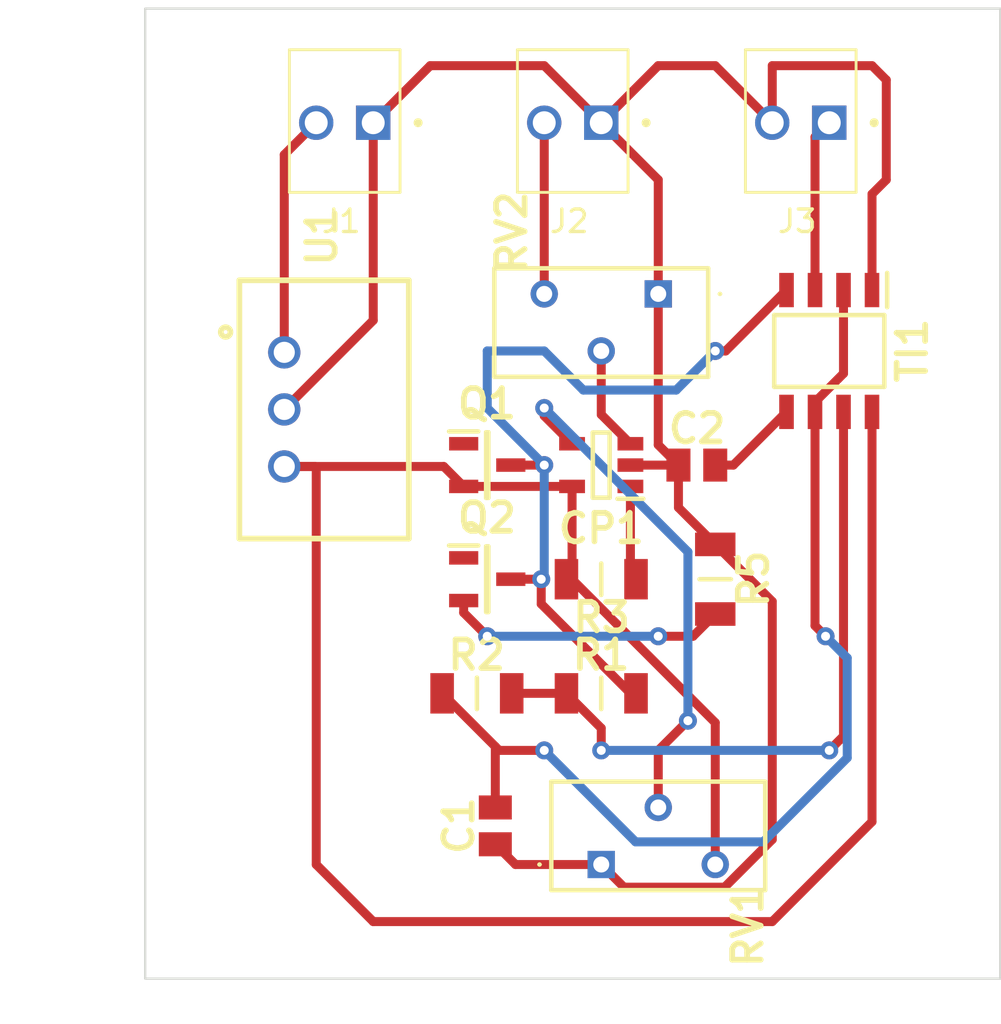
<source format=kicad_pcb>
(kicad_pcb (version 20211014) (generator pcbnew)
  (layers (0 "F.Cu" signal) (31 "B.Cu" signal) (34 "B.Paste" user) (35 "F.Paste" user) (36 "B.SilkS" user "B.Silkscreen") (37 "F.SilkS" user "F.Silkscreen") (38 "B.Mask" user) (39 "F.Mask" user) (44 "Edge.Cuts" user))
  (net 0 "")
  (net 1 "0")
  (net 2 "Net-(C1-Pad2)")
  (net 3 "Net-(C2-Pad2)")
  (net 4 "Net-(CP1-Pad1)")
  (net 5 "Net-(CP1-Pad3)")
  (net 6 "Net-(CP1-Pad4)")
  (net 7 "+5V")
  (net 8 "Net-(J1-Pad2)")
  (net 9 "Net-(J2-Pad2)")
  (net 10 "/Output")
  (net 11 "/clign")
  (net 12 "Net-(Q2-Pad2)")
  (net 13 "Net-(R1-Pad1)")
  (footprint "EPSA_lib:MOLEX_22-11-2022" (layer "F.Cu") (at 119.38 73.66 180)
    (fp_text reference "J1" (at 1.425 -4.385) (layer "F.SilkS"))
    (fp_text value "2P Droit 2-11-2022")
    (fp_line (start 3.735 -3.1) (end 3.735 3.25) (layer "F.SilkS") (width 0.127))
    (fp_line (start -1.195 -3.1) (end 3.735 -3.1) (layer "F.SilkS") (width 0.127))
    (fp_line (start 3.735 3.25) (end -1.195 3.25) (layer "F.SilkS") (width 0.127))
    (fp_line (start -1.195 3.25) (end -1.195 -3.1) (layer "F.SilkS") (width 0.127))
    (fp_circle (center -2 0) (end -1.9 0) (layer "F.SilkS") (width 0.2) (fill none))
    (pad "1" thru_hole rect (at 0 0 180) (size 1.53 1.53) (drill 1.02) (layers *.Cu *.Mask) (net 1 "0"))
    (pad "2" thru_hole circle (at 2.54 0 180) (size 1.53 1.53) (drill 1.02) (layers *.Cu *.Mask) (net 8 "Net-(J1-Pad2)"))
  )
  (footprint "EPSA_lib:RESC3216X70N" (layer "F.Cu") (at 124 99.06)
    (fp_text reference "R2" (at -0.011901 -1.701971) (layer "F.SilkS") (effects (font (size 1.27 1.27) (thickness 0.254))))
    (fp_text value "Résistance RK73H2BLTDD2152F" hide)
    (fp_line (start 0 -0.7) (end 0 0.7) (layer "F.SilkS") (width 0.2))
    (pad "1" smd rect (at -1.55 0) (size 1.05 1.8) (layers "F.Cu" "F.Paste" "F.Mask") (net 2 "Net-(C1-Pad2)"))
    (pad "2" smd rect (at 1.55 0) (size 1.05 1.8) (layers "F.Cu" "F.Paste" "F.Mask") (net 13 "Net-(R1-Pad1)"))
  )
  (footprint "EPSA_lib:SOT95P237X112-3N" (layer "F.Cu") (at 124.46 93.98)
    (fp_text reference "Q2" (at -0.013584 -2.730562) (layer "F.SilkS") (effects (font (size 1.27 1.27) (thickness 0.254))))
    (fp_text value "NMOS SQ2348ES-T1_GE3" hide)
    (fp_line (start -1.7 -1.5) (end -0.4 -1.5) (layer "F.SilkS") (width 0.2))
    (fp_line (start 0.05 1.46) (end -0.05 1.46) (layer "F.SilkS") (width 0.2))
    (fp_line (start -0.05 1.46) (end -0.05 -1.46) (layer "F.SilkS") (width 0.2))
    (fp_line (start -0.05 -1.46) (end 0.05 -1.46) (layer "F.SilkS") (width 0.2))
    (fp_line (start 0.05 -1.46) (end 0.05 1.46) (layer "F.SilkS") (width 0.2))
    (pad "1" smd rect (at -1.05 -0.95 90) (size 0.6 1.3) (layers "F.Cu" "F.Paste" "F.Mask") (net 4 "Net-(CP1-Pad1)"))
    (pad "2" smd rect (at -1.05 0.95 90) (size 0.6 1.3) (layers "F.Cu" "F.Paste" "F.Mask") (net 12 "Net-(Q2-Pad2)"))
    (pad "3" smd rect (at 1.05 0 90) (size 0.6 1.3) (layers "F.Cu" "F.Paste" "F.Mask") (net 11 "/clign"))
  )
  (footprint "EPSA_lib:3296Y1223LF" (layer "F.Cu") (at 132.08 81.28 90)
    (fp_text reference "RV2" (at 2.754266 -6.530147 90) (layer "F.SilkS") (effects (font (size 1.27 1.27) (thickness 0.254))))
    (fp_text value "Varystor 3296Y-1-223LF" hide)
    (fp_line (start 0 2.8) (end 0 2.8) (layer "F.SilkS") (width 0.1))
    (fp_line (start -3.69 -7.305) (end -3.69 2.225) (layer "F.SilkS") (width 0.2))
    (fp_line (start 0 2.7) (end 0 2.7) (layer "F.SilkS") (width 0.1))
    (fp_line (start -3.69 2.225) (end 1.14 2.225) (layer "F.SilkS") (width 0.2))
    (fp_line (start 1.14 2.225) (end 1.14 -7.305) (layer "F.SilkS") (width 0.2))
    (fp_line (start 1.14 -7.305) (end -3.69 -7.305) (layer "F.SilkS") (width 0.2))
    (fp_arc (start 0 2.8) (mid -0.05 2.75) (end 0 2.7) (layer "F.SilkS") (width 0.1))
    (fp_arc (start 0 2.7) (mid 0.05 2.75) (end 0 2.8) (layer "F.SilkS") (width 0.1))
    (pad "1" thru_hole rect (at 0 0 90) (size 1.217 1.217) (drill 0.71) (layers *.Cu *.Mask) (net 1 "0"))
    (pad "2" thru_hole circle (at -2.54 -2.54 90) (size 1.217 1.217) (drill 0.71) (layers *.Cu *.Mask) (net 5 "Net-(CP1-Pad3)"))
    (pad "3" thru_hole circle (at 0 -5.08 90) (size 1.217 1.217) (drill 0.71) (layers *.Cu *.Mask) (net 9 "Net-(J2-Pad2)"))
  )
  (footprint "EPSA_lib:3296Y1223LF" (layer "F.Cu") (at 129.54 106.68 -90)
    (fp_text reference "RV1" (at 2.754266 -6.530147 90) (layer "F.SilkS") (effects (font (size 1.27 1.27) (thickness 0.254))))
    (fp_text value "Varystor 3296Y-1-223LF" hide)
    (fp_line (start -3.69 2.225) (end 1.14 2.225) (layer "F.SilkS") (width 0.2))
    (fp_line (start 1.14 -7.305) (end -3.69 -7.305) (layer "F.SilkS") (width 0.2))
    (fp_line (start 0 2.7) (end 0 2.7) (layer "F.SilkS") (width 0.1))
    (fp_line (start 0 2.8) (end 0 2.8) (layer "F.SilkS") (width 0.1))
    (fp_line (start -3.69 -7.305) (end -3.69 2.225) (layer "F.SilkS") (width 0.2))
    (fp_line (start 1.14 2.225) (end 1.14 -7.305) (layer "F.SilkS") (width 0.2))
    (fp_arc (start 0 2.8) (mid -0.05 2.75) (end 0 2.7) (layer "F.SilkS") (width 0.1))
    (fp_arc (start 0 2.7) (mid 0.05 2.75) (end 0 2.8) (layer "F.SilkS") (width 0.1))
    (pad "1" thru_hole rect (at 0 0 270) (size 1.217 1.217) (drill 0.71) (layers *.Cu *.Mask) (net 1 "0"))
    (pad "2" thru_hole circle (at -2.54 -2.54 270) (size 1.217 1.217) (drill 0.71) (layers *.Cu *.Mask) (net 6 "Net-(CP1-Pad4)"))
    (pad "3" thru_hole circle (at 0 -5.08 270) (size 1.217 1.217) (drill 0.71) (layers *.Cu *.Mask) (net 7 "+5V"))
  )
  (footprint "EPSA_lib:RESC3216X70N" (layer "F.Cu") (at 129.54 93.98 180)
    (fp_text reference "R3" (at -0.011901 -1.701971) (layer "F.SilkS") (effects (font (size 1.27 1.27) (thickness 0.254))))
    (fp_text value "Résistance RK73H2BLTDD2152F" hide)
    (fp_line (start 0 -0.7) (end 0 0.7) (layer "F.SilkS") (width 0.2))
    (pad "1" smd rect (at -1.55 0 180) (size 1.05 1.8) (layers "F.Cu" "F.Paste" "F.Mask") (net 4 "Net-(CP1-Pad1)"))
    (pad "2" smd rect (at 1.55 0 180) (size 1.05 1.8) (layers "F.Cu" "F.Paste" "F.Mask") (net 7 "+5V"))
  )
  (footprint "EPSA_lib:MOLEX_22-11-2022" (layer "F.Cu") (at 139.7 73.66 180)
    (fp_text reference "J3" (at 1.425 -4.385) (layer "F.SilkS"))
    (fp_text value "2P Droit 2-11-2022")
    (fp_line (start 3.735 3.25) (end -1.195 3.25) (layer "F.SilkS") (width 0.127))
    (fp_line (start -1.195 -3.1) (end 3.735 -3.1) (layer "F.SilkS") (width 0.127))
    (fp_line (start 3.735 -3.1) (end 3.735 3.25) (layer "F.SilkS") (width 0.127))
    (fp_line (start -1.195 3.25) (end -1.195 -3.1) (layer "F.SilkS") (width 0.127))
    (fp_circle (center -2 0) (end -1.9 0) (layer "F.SilkS") (width 0.2) (fill none))
    (pad "1" thru_hole rect (at 0 0 180) (size 1.53 1.53) (drill 1.02) (layers *.Cu *.Mask) (net 10 "/Output"))
    (pad "2" thru_hole circle (at 2.54 0 180) (size 1.53 1.53) (drill 1.02) (layers *.Cu *.Mask) (net 1 "0"))
  )
  (footprint "EPSA_lib:SOT95P237X112-3N" (layer "F.Cu") (at 124.46 88.9)
    (fp_text reference "Q1" (at -0.013584 -2.730562) (layer "F.SilkS") (effects (font (size 1.27 1.27) (thickness 0.254))))
    (fp_text value "PMOS SI2343CDS-T1-GE3" hide)
    (fp_line (start 0.05 1.46) (end -0.05 1.46) (layer "F.SilkS") (width 0.2))
    (fp_line (start -0.05 -1.46) (end 0.05 -1.46) (layer "F.SilkS") (width 0.2))
    (fp_line (start -1.7 -1.5) (end -0.4 -1.5) (layer "F.SilkS") (width 0.2))
    (fp_line (start -0.05 1.46) (end -0.05 -1.46) (layer "F.SilkS") (width 0.2))
    (fp_line (start 0.05 -1.46) (end 0.05 1.46) (layer "F.SilkS") (width 0.2))
    (pad "1" smd rect (at -1.05 -0.95 90) (size 0.6 1.3) (layers "F.Cu" "F.Paste" "F.Mask") (net 4 "Net-(CP1-Pad1)"))
    (pad "2" smd rect (at -1.05 0.95 90) (size 0.6 1.3) (layers "F.Cu" "F.Paste" "F.Mask") (net 7 "+5V"))
    (pad "3" smd rect (at 1.05 0 90) (size 0.6 1.3) (layers "F.Cu" "F.Paste" "F.Mask") (net 11 "/clign"))
  )
  (footprint "EPSA_lib:CAPC2012X130N" (layer "F.Cu") (at 124.82 104.96 90)
    (fp_text reference "C1" (at 0.011623 -1.627268 90) (layer "F.SilkS") (effects (font (size 1.27 1.27) (thickness 0.254))))
    (fp_text value "Condensateur 0805Y1000104JXT" hide)
    (pad "1" smd rect (at -0.82 0 90) (size 1.07 1.47) (layers "F.Cu" "F.Paste" "F.Mask") (net 1 "0"))
    (pad "2" smd rect (at 0.82 0 90) (size 1.07 1.47) (layers "F.Cu" "F.Paste" "F.Mask") (net 2 "Net-(C1-Pad2)"))
  )
  (footprint "EPSA_lib:TSR-0.5-2433" (layer "F.Cu") (at 113.416 80.6715 -90)
    (fp_text reference "U1" (at -1.944788 -3.669372 90) (layer "F.SilkS") (effects (font (size 1.27 1.27) (thickness 0.254))))
    (fp_text value "Alim LP TSR_0.5-2450" hide)
    (fp_line (start 11.5 -7.55) (end 0 -7.55) (layer "F.SilkS") (width 0.254))
    (fp_line (start 0 0) (end 11.5 0) (layer "F.SilkS") (width 0.254))
    (fp_line (start 11.5 0) (end 11.5 -7.55) (layer "F.SilkS") (width 0.254))
    (fp_line (start 0 -7.55) (end 0 0) (layer "F.SilkS") (width 0.254))
    (fp_circle (center 2.306 0.613) (end 2.306 0.702) (layer "F.SilkS") (width 0.254) (fill none))
    (pad "1" thru_hole circle (at 3.21 -2 270) (size 1.44 1.44) (drill 0.94) (layers *.Cu *.Mask) (net 8 "Net-(J1-Pad2)"))
    (pad "2" thru_hole circle (at 5.75 -2 270) (size 1.44 1.44) (drill 0.94) (layers *.Cu *.Mask) (net 1 "0"))
    (pad "3" thru_hole circle (at 8.29 -2 270) (size 1.44 1.44) (drill 0.94) (layers *.Cu *.Mask) (net 7 "+5V"))
  )
  (footprint "EPSA_lib:SOIC127P600X175-8N" (layer "F.Cu") (at 139.7 83.82 -90)
    (fp_text reference "TI1" (at -0.021001 -3.6963 90) (layer "F.SilkS") (effects (font (size 1.27 1.27) (thickness 0.254))))
    (fp_text value "Timer 555 LM555CMX_NOPB" hide)
    (fp_line (start -3.475 -2.58) (end -1.948 -2.58) (layer "F.SilkS") (width 0.2))
    (fp_line (start -1.598 2.452) (end -1.598 -2.452) (layer "F.SilkS") (width 0.2))
    (fp_line (start 1.598 -2.452) (end 1.598 2.452) (layer "F.SilkS") (width 0.2))
    (fp_line (start -1.598 -2.452) (end 1.598 -2.452) (layer "F.SilkS") (width 0.2))
    (fp_line (start 1.598 2.452) (end -1.598 2.452) (layer "F.SilkS") (width 0.2))
    (pad "1" smd rect (at -2.711 -1.905) (size 0.65 1.528) (layers "F.Cu" "F.Paste" "F.Mask") (net 1 "0"))
    (pad "2" smd rect (at -2.711 -0.635) (size 0.65 1.528) (layers "F.Cu" "F.Paste" "F.Mask") (net 2 "Net-(C1-Pad2)"))
    (pad "3" smd rect (at -2.711 0.635) (size 0.65 1.528) (layers "F.Cu" "F.Paste" "F.Mask") (net 10 "/Output"))
    (pad "4" smd rect (at -2.711 1.905) (size 0.65 1.528) (layers "F.Cu" "F.Paste" "F.Mask") (net 11 "/clign"))
    (pad "5" smd rect (at 2.711 1.905) (size 0.65 1.528) (layers "F.Cu" "F.Paste" "F.Mask") (net 3 "Net-(C2-Pad2)"))
    (pad "6" smd rect (at 2.711 0.635) (size 0.65 1.528) (layers "F.Cu" "F.Paste" "F.Mask") (net 2 "Net-(C1-Pad2)"))
    (pad "7" smd rect (at 2.711 -0.635) (size 0.65 1.528) (layers "F.Cu" "F.Paste" "F.Mask") (net 13 "Net-(R1-Pad1)"))
    (pad "8" smd rect (at 2.711 -1.905) (size 0.65 1.528) (layers "F.Cu" "F.Paste" "F.Mask") (net 7 "+5V"))
  )
  (footprint "EPSA_lib:SOT95P280X145-5N" (layer "F.Cu") (at 129.54 88.9 180)
    (fp_text reference "CP1" (at 0 -2.821039) (layer "F.SilkS") (effects (font (size 1.27 1.27) (thickness 0.254))))
    (fp_text value "Comparateur TS391ILT" hide)
    (fp_line (start -0.375 1.45) (end -0.375 -1.45) (layer "F.SilkS") (width 0.2))
    (fp_line (start 0.375 -1.45) (end 0.375 1.45) (layer "F.SilkS") (width 0.2))
    (fp_line (start -0.375 -1.45) (end 0.375 -1.45) (layer "F.SilkS") (width 0.2))
    (fp_line (start 0.375 1.45) (end -0.375 1.45) (layer "F.SilkS") (width 0.2))
    (fp_line (start -1.875 -1.5) (end -0.725 -1.5) (layer "F.SilkS") (width 0.2))
    (pad "1" smd rect (at -1.3 -0.95 270) (size 0.6 1.15) (layers "F.Cu" "F.Paste" "F.Mask") (net 4 "Net-(CP1-Pad1)"))
    (pad "2" smd rect (at -1.3 0 270) (size 0.6 1.15) (layers "F.Cu" "F.Paste" "F.Mask") (net 1 "0"))
    (pad "3" smd rect (at -1.3 0.95 270) (size 0.6 1.15) (layers "F.Cu" "F.Paste" "F.Mask") (net 5 "Net-(CP1-Pad3)"))
    (pad "4" smd rect (at 1.3 0.95 270) (size 0.6 1.15) (layers "F.Cu" "F.Paste" "F.Mask") (net 6 "Net-(CP1-Pad4)"))
    (pad "5" smd rect (at 1.3 -0.95 270) (size 0.6 1.15) (layers "F.Cu" "F.Paste" "F.Mask") (net 7 "+5V"))
  )
  (footprint "EPSA_lib:MOLEX_22-11-2022" (layer "F.Cu") (at 129.54 73.66 180)
    (fp_text reference "J2" (at 1.425 -4.385) (layer "F.SilkS"))
    (fp_text value "2P Droit 2-11-2022")
    (fp_line (start -1.195 3.25) (end -1.195 -3.1) (layer "F.SilkS") (width 0.127))
    (fp_line (start -1.195 -3.1) (end 3.735 -3.1) (layer "F.SilkS") (width 0.127))
    (fp_line (start 3.735 3.25) (end -1.195 3.25) (layer "F.SilkS") (width 0.127))
    (fp_line (start 3.735 -3.1) (end 3.735 3.25) (layer "F.SilkS") (width 0.127))
    (fp_circle (center -2 0) (end -1.9 0) (layer "F.SilkS") (width 0.2) (fill none))
    (pad "1" thru_hole rect (at 0 0 180) (size 1.53 1.53) (drill 1.02) (layers *.Cu *.Mask) (net 1 "0"))
    (pad "2" thru_hole circle (at 2.54 0 180) (size 1.53 1.53) (drill 1.02) (layers *.Cu *.Mask) (net 9 "Net-(J2-Pad2)"))
  )
  (footprint "EPSA_lib:RESC3216X70N" (layer "F.Cu") (at 134.62 93.98 -90)
    (fp_text reference "R5" (at -0.011901 -1.701971 90) (layer "F.SilkS") (effects (font (size 1.27 1.27) (thickness 0.254))))
    (fp_text value "Résistance RK73H2BLTDD2152F" hide)
    (fp_line (start 0 -0.7) (end 0 0.7) (layer "F.SilkS") (width 0.2))
    (pad "1" smd rect (at -1.55 0 270) (size 1.05 1.8) (layers "F.Cu" "F.Paste" "F.Mask") (net 1 "0"))
    (pad "2" smd rect (at 1.55 0 270) (size 1.05 1.8) (layers "F.Cu" "F.Paste" "F.Mask") (net 12 "Net-(Q2-Pad2)"))
  )
  (footprint "EPSA_lib:RESC3216X70N" (layer "F.Cu") (at 129.54 99.06)
    (fp_text reference "R1" (at -0.011901 -1.701971) (layer "F.SilkS") (effects (font (size 1.27 1.27) (thickness 0.254))))
    (fp_text value "Résistance RK73H2BLTDD2152F" hide)
    (fp_line (start 0 -0.7) (end 0 0.7) (layer "F.SilkS") (width 0.2))
    (pad "1" smd rect (at -1.55 0) (size 1.05 1.8) (layers "F.Cu" "F.Paste" "F.Mask") (net 13 "Net-(R1-Pad1)"))
    (pad "2" smd rect (at 1.55 0) (size 1.05 1.8) (layers "F.Cu" "F.Paste" "F.Mask") (net 11 "/clign"))
  )
  (footprint "EPSA_lib:CAPC2012X130N" (layer "F.Cu") (at 133.8 88.9)
    (fp_text reference "C2" (at 0.011623 -1.627268) (layer "F.SilkS") (effects (font (size 1.27 1.27) (thickness 0.254))))
    (fp_text value "Condensateur 0805Y1000104JXT" hide)
    (pad "1" smd rect (at -0.82 0) (size 1.07 1.47) (layers "F.Cu" "F.Paste" "F.Mask") (net 1 "0"))
    (pad "2" smd rect (at 0.82 0) (size 1.07 1.47) (layers "F.Cu" "F.Paste" "F.Mask") (net 3 "Net-(C2-Pad2)"))
  )
  (gr_rect (start 147.32 111.76) (end 109.22 68.58) (layer "Edge.Cuts") (width 0.1) (fill none))
  (segment (start 137.16 71.12) (end 141.605 71.12) (width 0.4) (layer "F.Cu") (net 1))
  (segment (start 132.08 81.28) (end 132.08 88) (width 0.4) (layer "F.Cu") (net 1))
  (segment (start 134.62 71.12) (end 137.16 73.66) (width 0.4) (layer "F.Cu") (net 1))
  (segment (start 142.24 76.2) (end 141.605 76.835) (width 0.4) (layer "F.Cu") (net 1))
  (segment (start 132.98 88.9) (end 132.98 90.79) (width 0.4) (layer "F.Cu") (net 1))
  (segment (start 119.38 82.4575) (end 115.416 86.4215) (width 0.4) (layer "F.Cu") (net 1))
  (segment (start 129.54 106.68) (end 130.5485 107.6885) (width 0.4) (layer "F.Cu") (net 1))
  (segment (start 129.54 73.66) (end 132.08 71.12) (width 0.4) (layer "F.Cu") (net 1))
  (segment (start 137.16 94.97) (end 134.62 92.43) (width 0.4) (layer "F.Cu") (net 1))
  (segment (start 132.08 88) (end 132.98 88.9) (width 0.4) (layer "F.Cu") (net 1))
  (segment (start 137.16 73.66) (end 137.16 71.12) (width 0.4) (layer "F.Cu") (net 1))
  (segment (start 132.98 90.79) (end 134.62 92.43) (width 0.4) (layer "F.Cu") (net 1))
  (segment (start 119.38 73.66) (end 121.92 71.12) (width 0.4) (layer "F.Cu") (net 1))
  (segment (start 135.037735 107.6885) (end 137.16 105.566235) (width 0.4) (layer "F.Cu") (net 1))
  (segment (start 132.08 81.28) (end 132.08 76.2) (width 0.4) (layer "F.Cu") (net 1))
  (segment (start 142.24 71.755) (end 142.24 76.2) (width 0.4) (layer "F.Cu") (net 1))
  (segment (start 141.605 71.12) (end 142.24 71.755) (width 0.4) (layer "F.Cu") (net 1))
  (segment (start 127 71.12) (end 129.54 73.66) (width 0.4) (layer "F.Cu") (net 1))
  (segment (start 125.72 106.68) (end 124.82 105.78) (width 0.4) (layer "F.Cu") (net 1))
  (segment (start 119.38 73.66) (end 119.38 82.4575) (width 0.4) (layer "F.Cu") (net 1))
  (segment (start 132.98 88.9) (end 130.84 88.9) (width 0.4) (layer "F.Cu") (net 1))
  (segment (start 137.16 105.566235) (end 137.16 94.97) (width 0.4) (layer "F.Cu") (net 1))
  (segment (start 121.92 71.12) (end 127 71.12) (width 0.4) (layer "F.Cu") (net 1))
  (segment (start 132.08 76.2) (end 129.54 73.66) (width 0.4) (layer "F.Cu") (net 1))
  (segment (start 129.54 106.68) (end 125.72 106.68) (width 0.4) (layer "F.Cu") (net 1))
  (segment (start 130.5485 107.6885) (end 135.037735 107.6885) (width 0.4) (layer "F.Cu") (net 1))
  (segment (start 132.08 71.12) (end 134.62 71.12) (width 0.4) (layer "F.Cu") (net 1))
  (segment (start 141.605 76.835) (end 141.605 81.109) (width 0.4) (layer "F.Cu") (net 1))
  (segment (start 139.065 86.531) (end 139.065 96.0495) (width 0.4) (layer "F.Cu") (net 2))
  (segment (start 139.065 96.0495) (end 139.5355 96.52) (width 0.4) (layer "F.Cu") (net 2))
  (segment (start 127 101.6) (end 124.99 101.6) (width 0.4) (layer "F.Cu") (net 2))
  (segment (start 124.82 104.14) (end 124.82 101.43) (width 0.4) (layer "F.Cu") (net 2))
  (segment (start 124.82 101.43) (end 122.45 99.06) (width 0.4) (layer "F.Cu") (net 2))
  (segment (start 139.065 86.531) (end 139.065 86.092) (width 0.4) (layer "F.Cu") (net 2))
  (segment (start 124.99 101.6) (end 124.82 101.43) (width 0.4) (layer "F.Cu") (net 2))
  (segment (start 139.065 86.092) (end 140.335 84.822) (width 0.4) (layer "F.Cu") (net 2))
  (segment (start 140.335 84.822) (end 140.335 81.109) (width 0.4) (layer "F.Cu") (net 2))
  (via (at 139.5355 96.52) (size 0.8) (drill 0.4) (layers "F.Cu" "B.Cu") (net 2))
  (via (at 127 101.6) (size 0.8) (drill 0.4) (layers "F.Cu" "B.Cu") (net 2))
  (segment (start 139.5355 96.52) (end 140.5 97.4845) (width 0.4) (layer "B.Cu") (net 2))
  (segment (start 140.5 97.4845) (end 140.5 101.931371) (width 0.4) (layer "B.Cu") (net 2))
  (segment (start 136.759871 105.6715) (end 131.0715 105.6715) (width 0.4) (layer "B.Cu") (net 2))
  (segment (start 140.5 101.931371) (end 136.759871 105.6715) (width 0.4) (layer "B.Cu") (net 2))
  (segment (start 131.0715 105.6715) (end 127 101.6) (width 0.4) (layer "B.Cu") (net 2))
  (segment (start 134.62 88.9) (end 135.426 88.9) (width 0.4) (layer "F.Cu") (net 3))
  (segment (start 135.426 88.9) (end 137.795 86.531) (width 0.4) (layer "F.Cu") (net 3))
  (segment (start 130.84 89.85) (end 130.84 93.73) (width 0.4) (layer "F.Cu") (net 4))
  (segment (start 130.84 93.73) (end 131.09 93.98) (width 0.4) (layer "F.Cu") (net 4))
  (segment (start 129.54 86.65) (end 130.84 87.95) (width 0.4) (layer "F.Cu") (net 5))
  (segment (start 129.54 83.82) (end 129.54 86.65) (width 0.4) (layer "F.Cu") (net 5))
  (segment (start 127 86.71) (end 128.24 87.95) (width 0.4) (layer "F.Cu") (net 6))
  (segment (start 132.08 101.6) (end 133.402167 100.277833) (width 0.4) (layer "F.Cu") (net 6))
  (segment (start 127 86.36) (end 127 86.71) (width 0.4) (layer "F.Cu") (net 6))
  (segment (start 132.08 104.14) (end 132.08 101.6) (width 0.4) (layer "F.Cu") (net 6))
  (via (at 127 86.36) (size 0.8) (drill 0.4) (layers "F.Cu" "B.Cu") (net 6))
  (via (at 133.402167 100.277833) (size 0.8) (drill 0.4) (layers "F.Cu" "B.Cu") (net 6))
  (segment (start 133.402167 92.762167) (end 127 86.36) (width 0.4) (layer "B.Cu") (net 6))
  (segment (start 133.402167 100.277833) (end 133.402167 92.762167) (width 0.4) (layer "B.Cu") (net 6))
  (segment (start 141.694829 86.620829) (end 141.605 86.531) (width 0.4) (layer "F.Cu") (net 7))
  (segment (start 116.7785 88.9615) (end 115.416 88.9615) (width 0.4) (layer "F.Cu") (net 7))
  (segment (start 115.416 88.9615) (end 122.5215 88.9615) (width 0.4) (layer "F.Cu") (net 7))
  (segment (start 119.38 109.22) (end 116.84 106.68) (width 0.4) (layer "F.Cu") (net 7))
  (segment (start 134.62 100.365) (end 128.235 93.98) (width 0.4) (layer "F.Cu") (net 7))
  (segment (start 128.235 93.98) (end 127.99 93.98) (width 0.4) (layer "F.Cu") (net 7))
  (segment (start 128.24 89.85) (end 123.41 89.85) (width 0.4) (layer "F.Cu") (net 7))
  (segment (start 122.5215 88.9615) (end 123.41 89.85) (width 0.4) (layer "F.Cu") (net 7))
  (segment (start 134.62 106.68) (end 134.62 100.365) (width 0.4) (layer "F.Cu") (net 7))
  (segment (start 141.605 104.775) (end 137.16 109.22) (width 0.4) (layer "F.Cu") (net 7))
  (segment (start 141.605 86.531) (end 141.605 104.775) (width 0.4) (layer "F.Cu") (net 7))
  (segment (start 128.24 89.85) (end 128.24 93.73) (width 0.4) (layer "F.Cu") (net 7))
  (segment (start 116.84 89.023) (end 116.7785 88.9615) (width 0.4) (layer "F.Cu") (net 7))
  (segment (start 116.84 106.68) (end 116.84 89.023) (width 0.4) (layer "F.Cu") (net 7))
  (segment (start 128.24 93.73) (end 127.99 93.98) (width 0.4) (layer "F.Cu") (net 7))
  (segment (start 137.16 109.22) (end 119.38 109.22) (width 0.4) (layer "F.Cu") (net 7))
  (segment (start 115.416 75.084) (end 115.416 83.8815) (width 0.4) (layer "F.Cu") (net 8))
  (segment (start 116.84 73.66) (end 115.416 75.084) (width 0.4) (layer "F.Cu") (net 8))
  (segment (start 127 73.66) (end 127 81.28) (width 0.4) (layer "F.Cu") (net 9))
  (segment (start 139.065 74.295) (end 139.7 73.66) (width 0.4) (layer "F.Cu") (net 10))
  (segment (start 139.065 81.109) (end 139.065 74.295) (width 0.4) (layer "F.Cu") (net 10))
  (segment (start 126.865498 93.98) (end 125.51 93.98) (width 0.4) (layer "F.Cu") (net 11))
  (segment (start 126.865498 93.98) (end 126.865498 95.080498) (width 0.4) (layer "F.Cu") (net 11))
  (segment (start 130.845 99.06) (end 131.09 99.06) (width 0.4) (layer "F.Cu") (net 11))
  (segment (start 126.865498 95.080498) (end 130.845 99.06) (width 0.4) (layer "F.Cu") (net 11))
  (segment (start 137.795 81.109) (end 135.084 83.82) (width 0.4) (layer "F.Cu") (net 11))
  (segment (start 135.084 83.82) (end 134.62 83.82) (width 0.4) (layer "F.Cu") (net 11))
  (segment (start 125.51 88.9) (end 127 88.9) (width 0.4) (layer "F.Cu") (net 11))
  (via (at 127 88.9) (size 0.8) (drill 0.4) (layers "F.Cu" "B.Cu") (net 11))
  (via (at 126.865498 93.98) (size 0.8) (drill 0.4) (layers "F.Cu" "B.Cu") (net 11))
  (via (at 134.62 83.82) (size 0.8) (drill 0.4) (layers "F.Cu" "B.Cu") (net 11))
  (segment (start 132.88 85.56) (end 128.74 85.56) (width 0.4) (layer "B.Cu") (net 11))
  (segment (start 127 88.9) (end 127 93.845498) (width 0.4) (layer "B.Cu") (net 11))
  (segment (start 124.46 86.36) (end 127 88.9) (width 0.4) (layer "B.Cu") (net 11))
  (segment (start 124.46 83.82) (end 124.46 86.36) (width 0.4) (layer "B.Cu") (net 11))
  (segment (start 134.62 83.82) (end 132.88 85.56) (width 0.4) (layer "B.Cu") (net 11))
  (segment (start 128.74 85.56) (end 127 83.82) (width 0.4) (layer "B.Cu") (net 11))
  (segment (start 127 93.845498) (end 126.865498 93.98) (width 0.4) (layer "B.Cu") (net 11))
  (segment (start 127 83.82) (end 124.46 83.82) (width 0.4) (layer "B.Cu") (net 11))
  (segment (start 124.46 96.52) (end 123.41 95.47) (width 0.4) (layer "F.Cu") (net 12))
  (segment (start 123.41 95.47) (end 123.41 94.93) (width 0.4) (layer "F.Cu") (net 12))
  (segment (start 132.08 96.52) (end 133.63 96.52) (width 0.4) (layer "F.Cu") (net 12))
  (segment (start 133.63 96.52) (end 134.62 95.53) (width 0.4) (layer "F.Cu") (net 12))
  (via (at 132.08 96.52) (size 0.8) (drill 0.4) (layers "F.Cu" "B.Cu") (net 12))
  (via (at 124.46 96.52) (size 0.8) (drill 0.4) (layers "F.Cu" "B.Cu") (net 12))
  (segment (start 124.46 96.52) (end 132.08 96.52) (width 0.4) (layer "B.Cu") (net 12))
  (segment (start 127.99 99.06) (end 125.55 99.06) (width 0.4) (layer "F.Cu") (net 13))
  (segment (start 129.54 100.61) (end 127.99 99.06) (width 0.4) (layer "F.Cu") (net 13))
  (segment (start 140.335 100.965) (end 139.7 101.6) (width 0.4) (layer "F.Cu") (net 13))
  (segment (start 129.54 101.6) (end 129.54 100.61) (width 0.4) (layer "F.Cu") (net 13))
  (segment (start 140.335 86.531) (end 140.335 100.965) (width 0.4) (layer "F.Cu") (net 13))
  (via (at 139.7 101.6) (size 0.8) (drill 0.4) (layers "F.Cu" "B.Cu") (net 13))
  (via (at 129.54 101.6) (size 0.8) (drill 0.4) (layers "F.Cu" "B.Cu") (net 13))
  (segment (start 139.7 101.6) (end 129.54 101.6) (width 0.4) (layer "B.Cu") (net 13))
)
</source>
